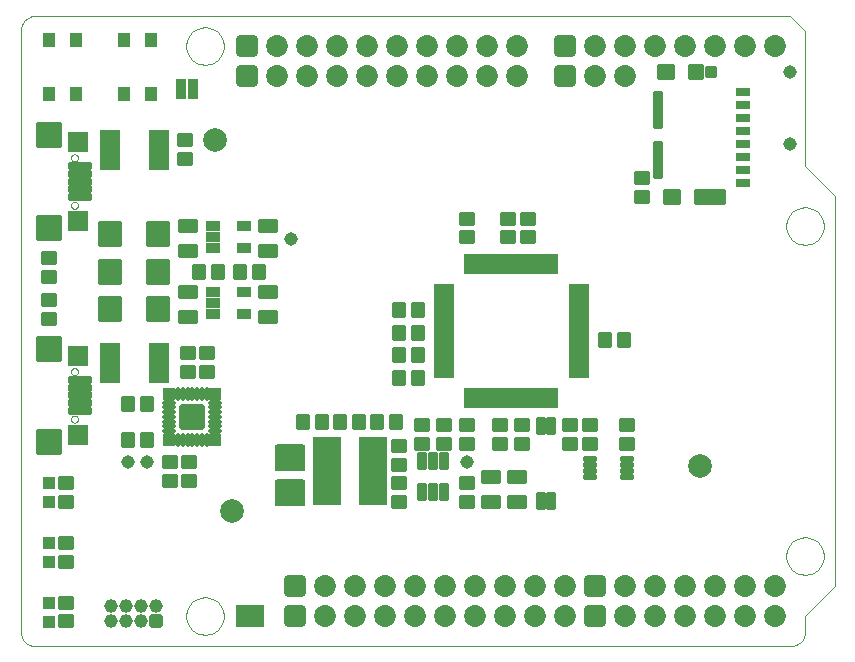
<source format=gbr>
G04 PROTEUS RS274X GERBER FILE*
%FSLAX45Y45*%
%MOMM*%
G01*
%AMPPAD047*
4,1,36,
0.977000,0.200000,
0.977000,-0.200000,
0.974470,-0.225970,
0.967200,-0.249980,
0.955650,-0.271580,
0.940290,-0.290290,
0.921570,-0.305650,
0.899980,-0.317200,
0.875970,-0.324470,
0.850000,-0.327000,
-0.850000,-0.327000,
-0.875970,-0.324470,
-0.899980,-0.317200,
-0.921570,-0.305650,
-0.940290,-0.290290,
-0.955650,-0.271580,
-0.967200,-0.249980,
-0.974470,-0.225970,
-0.977000,-0.200000,
-0.977000,0.200000,
-0.974470,0.225970,
-0.967200,0.249980,
-0.955650,0.271580,
-0.940290,0.290290,
-0.921570,0.305650,
-0.899980,0.317200,
-0.875970,0.324470,
-0.850000,0.327000,
0.850000,0.327000,
0.875970,0.324470,
0.899980,0.317200,
0.921570,0.305650,
0.940290,0.290290,
0.955650,0.271580,
0.967200,0.249980,
0.974470,0.225970,
0.977000,0.200000,
0*%
%ADD53PPAD047*%
%AMPPAD048*
4,1,36,
1.077000,0.950000,
1.077000,-0.950000,
1.074470,-0.975970,
1.067200,-0.999980,
1.055650,-1.021580,
1.040290,-1.040290,
1.021570,-1.055650,
0.999980,-1.067200,
0.975970,-1.074470,
0.950000,-1.077000,
-0.950000,-1.077000,
-0.975970,-1.074470,
-0.999980,-1.067200,
-1.021570,-1.055650,
-1.040290,-1.040290,
-1.055650,-1.021580,
-1.067200,-0.999980,
-1.074470,-0.975970,
-1.077000,-0.950000,
-1.077000,0.950000,
-1.074470,0.975970,
-1.067200,0.999980,
-1.055650,1.021580,
-1.040290,1.040290,
-1.021570,1.055650,
-0.999980,1.067200,
-0.975970,1.074470,
-0.950000,1.077000,
0.950000,1.077000,
0.975970,1.074470,
0.999980,1.067200,
1.021570,1.055650,
1.040290,1.040290,
1.055650,1.021580,
1.067200,0.999980,
1.074470,0.975970,
1.077000,0.950000,
0*%
%ADD54PPAD048*%
%AMPPAD049*
4,1,36,
0.877000,0.750000,
0.877000,-0.750000,
0.874470,-0.775970,
0.867200,-0.799980,
0.855650,-0.821580,
0.840290,-0.840290,
0.821570,-0.855650,
0.799980,-0.867200,
0.775970,-0.874470,
0.750000,-0.877000,
-0.750000,-0.877000,
-0.775970,-0.874470,
-0.799980,-0.867200,
-0.821570,-0.855650,
-0.840290,-0.840290,
-0.855650,-0.821580,
-0.867200,-0.799980,
-0.874470,-0.775970,
-0.877000,-0.750000,
-0.877000,0.750000,
-0.874470,0.775970,
-0.867200,0.799980,
-0.855650,0.821580,
-0.840290,0.840290,
-0.821570,0.855650,
-0.799980,0.867200,
-0.775970,0.874470,
-0.750000,0.877000,
0.750000,0.877000,
0.775970,0.874470,
0.799980,0.867200,
0.821570,0.855650,
0.840290,0.840290,
0.855650,0.821580,
0.867200,0.799980,
0.874470,0.775970,
0.877000,0.750000,
0*%
%ADD55PPAD049*%
%AMPPAD050*
4,1,36,
-0.477000,-0.500000,
-0.477000,0.500000,
-0.474470,0.525970,
-0.467200,0.549980,
-0.455650,0.571580,
-0.440290,0.590290,
-0.421570,0.605650,
-0.399980,0.617200,
-0.375970,0.624470,
-0.350000,0.627000,
0.350000,0.627000,
0.375970,0.624470,
0.399980,0.617200,
0.421570,0.605650,
0.440290,0.590290,
0.455650,0.571580,
0.467200,0.549980,
0.474470,0.525970,
0.477000,0.500000,
0.477000,-0.500000,
0.474470,-0.525970,
0.467200,-0.549980,
0.455650,-0.571580,
0.440290,-0.590290,
0.421570,-0.605650,
0.399980,-0.617200,
0.375970,-0.624470,
0.350000,-0.627000,
-0.350000,-0.627000,
-0.375970,-0.624470,
-0.399980,-0.617200,
-0.421570,-0.605650,
-0.440290,-0.590290,
-0.455650,-0.571580,
-0.467200,-0.549980,
-0.474470,-0.525970,
-0.477000,-0.500000,
0*%
%ADD56PPAD050*%
%AMPPAD051*
4,1,36,
0.527000,0.400000,
0.527000,-0.400000,
0.524470,-0.425970,
0.517200,-0.449980,
0.505650,-0.471580,
0.490290,-0.490290,
0.471570,-0.505650,
0.449980,-0.517200,
0.425970,-0.524470,
0.400000,-0.527000,
-0.400000,-0.527000,
-0.425970,-0.524470,
-0.449980,-0.517200,
-0.471570,-0.505650,
-0.490290,-0.490290,
-0.505650,-0.471580,
-0.517200,-0.449980,
-0.524470,-0.425970,
-0.527000,-0.400000,
-0.527000,0.400000,
-0.524470,0.425970,
-0.517200,0.449980,
-0.505650,0.471580,
-0.490290,0.490290,
-0.471570,0.505650,
-0.449980,0.517200,
-0.425970,0.524470,
-0.400000,0.527000,
0.400000,0.527000,
0.425970,0.524470,
0.449980,0.517200,
0.471570,0.505650,
0.490290,0.490290,
0.505650,0.471580,
0.517200,0.449980,
0.524470,0.425970,
0.527000,0.400000,
0*%
%ADD57PPAD051*%
%AMPPAD052*
4,1,36,
-1.100000,0.952000,
1.100000,0.952000,
1.125970,0.949470,
1.149980,0.942200,
1.171580,0.930650,
1.190290,0.915290,
1.205650,0.896570,
1.217200,0.874980,
1.224470,0.850970,
1.227000,0.825000,
1.227000,-0.825000,
1.224470,-0.850970,
1.217200,-0.874980,
1.205650,-0.896570,
1.190290,-0.915290,
1.171580,-0.930650,
1.149980,-0.942200,
1.125970,-0.949470,
1.100000,-0.952000,
-1.100000,-0.952000,
-1.125970,-0.949470,
-1.149980,-0.942200,
-1.171580,-0.930650,
-1.190290,-0.915290,
-1.205650,-0.896570,
-1.217200,-0.874980,
-1.224470,-0.850970,
-1.227000,-0.825000,
-1.227000,0.825000,
-1.224470,0.850970,
-1.217200,0.874980,
-1.205650,0.896570,
-1.190290,0.915290,
-1.171580,0.930650,
-1.149980,0.942200,
-1.125970,0.949470,
-1.100000,0.952000,
0*%
%ADD58PPAD052*%
%AMPPAD053*
4,1,36,
-0.652000,-0.450000,
-0.652000,0.450000,
-0.649470,0.475970,
-0.642200,0.499980,
-0.630650,0.521580,
-0.615290,0.540290,
-0.596570,0.555650,
-0.574980,0.567200,
-0.550970,0.574470,
-0.525000,0.577000,
0.525000,0.577000,
0.550970,0.574470,
0.574980,0.567200,
0.596570,0.555650,
0.615290,0.540290,
0.630650,0.521580,
0.642200,0.499980,
0.649470,0.475970,
0.652000,0.450000,
0.652000,-0.450000,
0.649470,-0.475970,
0.642200,-0.499980,
0.630650,-0.521580,
0.615290,-0.540290,
0.596570,-0.555650,
0.574980,-0.567200,
0.550970,-0.574470,
0.525000,-0.577000,
-0.525000,-0.577000,
-0.550970,-0.574470,
-0.574980,-0.567200,
-0.596570,-0.555650,
-0.615290,-0.540290,
-0.630650,-0.521580,
-0.642200,-0.499980,
-0.649470,-0.475970,
-0.652000,-0.450000,
0*%
%ADD59PPAD053*%
%AMPPAD054*
4,1,36,
-0.750000,1.727000,
0.750000,1.727000,
0.775970,1.724470,
0.799980,1.717200,
0.821580,1.705650,
0.840290,1.690290,
0.855650,1.671570,
0.867200,1.649980,
0.874470,1.625970,
0.877000,1.600000,
0.877000,-1.600000,
0.874470,-1.625970,
0.867200,-1.649980,
0.855650,-1.671570,
0.840290,-1.690290,
0.821580,-1.705650,
0.799980,-1.717200,
0.775970,-1.724470,
0.750000,-1.727000,
-0.750000,-1.727000,
-0.775970,-1.724470,
-0.799980,-1.717200,
-0.821580,-1.705650,
-0.840290,-1.690290,
-0.855650,-1.671570,
-0.867200,-1.649980,
-0.874470,-1.625970,
-0.877000,-1.600000,
-0.877000,1.600000,
-0.874470,1.625970,
-0.867200,1.649980,
-0.855650,1.671570,
-0.840290,1.690290,
-0.821580,1.705650,
-0.799980,1.717200,
-0.775970,1.724470,
-0.750000,1.727000,
0*%
%ADD60PPAD054*%
%AMPPAD055*
4,1,48,
0.323000,-0.577000,
-0.323000,-0.577000,
-0.349400,-0.575720,
-0.374930,-0.571950,
-0.399490,-0.565800,
-0.445220,-0.546870,
-0.485650,-0.519840,
-0.519840,-0.485640,
-0.546860,-0.445220,
-0.565800,-0.399490,
-0.571950,-0.374930,
-0.575720,-0.349400,
-0.577000,-0.323000,
-0.577000,0.323000,
-0.575720,0.349400,
-0.571950,0.374930,
-0.565800,0.399490,
-0.546860,0.445220,
-0.519840,0.485640,
-0.485650,0.519840,
-0.445220,0.546870,
-0.399490,0.565800,
-0.374930,0.571950,
-0.349400,0.575720,
-0.323000,0.577000,
0.323000,0.577000,
0.349400,0.575720,
0.374930,0.571950,
0.399490,0.565800,
0.445220,0.546870,
0.485650,0.519840,
0.519840,0.485640,
0.546860,0.445220,
0.565800,0.399490,
0.571950,0.374930,
0.575720,0.349400,
0.577000,0.323000,
0.577000,-0.323000,
0.575720,-0.349400,
0.571950,-0.374930,
0.565800,-0.399490,
0.546860,-0.445220,
0.519840,-0.485640,
0.485650,-0.519840,
0.445220,-0.546870,
0.399490,-0.565800,
0.374930,-0.571950,
0.349400,-0.575720,
0.323000,-0.577000,
0*%
%ADD61PPAD055*%
%ADD62C,1.154000*%
%AMPPAD057*
4,1,44,
-0.546000,0.927000,
0.546000,0.927000,
0.585600,0.925080,
0.623900,0.919420,
0.695940,0.897610,
0.760730,0.862960,
0.816870,0.816870,
0.862960,0.760730,
0.897610,0.695940,
0.919420,0.623900,
0.925080,0.585600,
0.927000,0.546000,
0.927000,-0.546000,
0.925080,-0.585600,
0.919420,-0.623900,
0.897610,-0.695940,
0.862960,-0.760730,
0.816870,-0.816870,
0.760730,-0.862960,
0.695940,-0.897610,
0.623900,-0.919420,
0.585600,-0.925080,
0.546000,-0.927000,
-0.546000,-0.927000,
-0.585600,-0.925080,
-0.623900,-0.919420,
-0.695940,-0.897610,
-0.760730,-0.862960,
-0.816870,-0.816870,
-0.862960,-0.760730,
-0.897610,-0.695940,
-0.919420,-0.623900,
-0.925080,-0.585600,
-0.927000,-0.546000,
-0.927000,0.546000,
-0.925080,0.585600,
-0.919420,0.623900,
-0.897610,0.695940,
-0.862960,0.760730,
-0.816870,0.816870,
-0.760730,0.862960,
-0.695940,0.897610,
-0.623900,0.919420,
-0.585600,0.925080,
-0.546000,0.927000,
0*%
%ADD63PPAD057*%
%ADD64C,1.854000*%
%AMPPAD059*
4,1,36,
-1.322000,-0.525000,
-1.322000,0.525000,
-1.319470,0.550970,
-1.312200,0.574980,
-1.300650,0.596580,
-1.285290,0.615290,
-1.266570,0.630650,
-1.244980,0.642200,
-1.220970,0.649470,
-1.195000,0.652000,
1.195000,0.652000,
1.220970,0.649470,
1.244980,0.642200,
1.266570,0.630650,
1.285290,0.615290,
1.300650,0.596580,
1.312200,0.574980,
1.319470,0.550970,
1.322000,0.525000,
1.322000,-0.525000,
1.319470,-0.550970,
1.312200,-0.574980,
1.300650,-0.596580,
1.285290,-0.615290,
1.266570,-0.630650,
1.244980,-0.642200,
1.220970,-0.649470,
1.195000,-0.652000,
-1.195000,-0.652000,
-1.220970,-0.649470,
-1.244980,-0.642200,
-1.266570,-0.630650,
-1.285290,-0.615290,
-1.300650,-0.596580,
-1.312200,-0.574980,
-1.319470,-0.550970,
-1.322000,-0.525000,
0*%
%ADD65PPAD059*%
%AMPPAD060*
4,1,36,
-0.727000,-0.525000,
-0.727000,0.525000,
-0.724470,0.550970,
-0.717200,0.574980,
-0.705650,0.596580,
-0.690290,0.615290,
-0.671570,0.630650,
-0.649980,0.642200,
-0.625970,0.649470,
-0.600000,0.652000,
0.600000,0.652000,
0.625970,0.649470,
0.649980,0.642200,
0.671570,0.630650,
0.690290,0.615290,
0.705650,0.596580,
0.717200,0.574980,
0.724470,0.550970,
0.727000,0.525000,
0.727000,-0.525000,
0.724470,-0.550970,
0.717200,-0.574980,
0.705650,-0.596580,
0.690290,-0.615290,
0.671570,-0.630650,
0.649980,-0.642200,
0.625970,-0.649470,
0.600000,-0.652000,
-0.600000,-0.652000,
-0.625970,-0.649470,
-0.649980,-0.642200,
-0.671570,-0.630650,
-0.690290,-0.615290,
-0.705650,-0.596580,
-0.717200,-0.574980,
-0.724470,-0.550970,
-0.727000,-0.525000,
0*%
%ADD66PPAD060*%
%AMPPAD061*
4,1,36,
-0.667000,-0.525000,
-0.667000,0.525000,
-0.664470,0.550970,
-0.657200,0.574980,
-0.645650,0.596580,
-0.630290,0.615290,
-0.611570,0.630650,
-0.589980,0.642200,
-0.565970,0.649470,
-0.540000,0.652000,
0.540000,0.652000,
0.565970,0.649470,
0.589980,0.642200,
0.611570,0.630650,
0.630290,0.615290,
0.645650,0.596580,
0.657200,0.574980,
0.664470,0.550970,
0.667000,0.525000,
0.667000,-0.525000,
0.664470,-0.550970,
0.657200,-0.574980,
0.645650,-0.596580,
0.630290,-0.615290,
0.611570,-0.630650,
0.589980,-0.642200,
0.565970,-0.649470,
0.540000,-0.652000,
-0.540000,-0.652000,
-0.565970,-0.649470,
-0.589980,-0.642200,
-0.611570,-0.630650,
-0.630290,-0.615290,
-0.645650,-0.596580,
-0.657200,-0.574980,
-0.664470,-0.550970,
-0.667000,-0.525000,
0*%
%ADD67PPAD061*%
%AMPPAD062*
4,1,36,
-0.402000,-1.455000,
-0.402000,1.455000,
-0.399470,1.480970,
-0.392200,1.504980,
-0.380650,1.526580,
-0.365290,1.545290,
-0.346570,1.560650,
-0.324980,1.572200,
-0.300970,1.579470,
-0.275000,1.582000,
0.275000,1.582000,
0.300970,1.579470,
0.324980,1.572200,
0.346570,1.560650,
0.365290,1.545290,
0.380650,1.526580,
0.392200,1.504980,
0.399470,1.480970,
0.402000,1.455000,
0.402000,-1.455000,
0.399470,-1.480970,
0.392200,-1.504980,
0.380650,-1.526580,
0.365290,-1.545290,
0.346570,-1.560650,
0.324980,-1.572200,
0.300970,-1.579470,
0.275000,-1.582000,
-0.275000,-1.582000,
-0.300970,-1.579470,
-0.324980,-1.572200,
-0.346570,-1.560650,
-0.365290,-1.545290,
-0.380650,-1.526580,
-0.392200,-1.504980,
-0.399470,-1.480970,
-0.402000,-1.455000,
0*%
%ADD68PPAD062*%
%AMPPAD063*
4,1,36,
-0.627000,-0.250000,
-0.627000,0.250000,
-0.624470,0.275970,
-0.617200,0.299980,
-0.605650,0.321580,
-0.590290,0.340290,
-0.571570,0.355650,
-0.549980,0.367200,
-0.525970,0.374470,
-0.500000,0.377000,
0.500000,0.377000,
0.525970,0.374470,
0.549980,0.367200,
0.571570,0.355650,
0.590290,0.340290,
0.605650,0.321580,
0.617200,0.299980,
0.624470,0.275970,
0.627000,0.250000,
0.627000,-0.250000,
0.624470,-0.275970,
0.617200,-0.299980,
0.605650,-0.321580,
0.590290,-0.340290,
0.571570,-0.355650,
0.549980,-0.367200,
0.525970,-0.374470,
0.500000,-0.377000,
-0.500000,-0.377000,
-0.525970,-0.374470,
-0.549980,-0.367200,
-0.571570,-0.355650,
-0.590290,-0.340290,
-0.605650,-0.321580,
-0.617200,-0.299980,
-0.624470,-0.275970,
-0.627000,-0.250000,
0*%
%ADD69PPAD063*%
%AMPPAD064*
4,1,36,
-0.517000,-0.360000,
-0.517000,0.360000,
-0.514470,0.385970,
-0.507200,0.409980,
-0.495650,0.431580,
-0.480290,0.450290,
-0.461570,0.465650,
-0.439980,0.477200,
-0.415970,0.484470,
-0.390000,0.487000,
0.390000,0.487000,
0.415970,0.484470,
0.439980,0.477200,
0.461570,0.465650,
0.480290,0.450290,
0.495650,0.431580,
0.507200,0.409980,
0.514470,0.385970,
0.517000,0.360000,
0.517000,-0.360000,
0.514470,-0.385970,
0.507200,-0.409980,
0.495650,-0.431580,
0.480290,-0.450290,
0.461570,-0.465650,
0.439980,-0.477200,
0.415970,-0.484470,
0.390000,-0.487000,
-0.390000,-0.487000,
-0.415970,-0.484470,
-0.439980,-0.477200,
-0.461570,-0.465650,
-0.480290,-0.450290,
-0.495650,-0.431580,
-0.507200,-0.409980,
-0.514470,-0.385970,
-0.517000,-0.360000,
0*%
%ADD74PPAD064*%
%AMPPAD065*
4,1,48,
-0.552000,-0.023800,
-0.552000,0.023800,
-0.550970,0.044920,
-0.547960,0.065350,
-0.543040,0.085000,
-0.527890,0.121580,
-0.506270,0.153910,
-0.478920,0.181270,
-0.446580,0.202890,
-0.410000,0.218040,
-0.390350,0.222960,
-0.369920,0.225970,
-0.348800,0.227000,
0.348800,0.227000,
0.369920,0.225970,
0.390350,0.222960,
0.410000,0.218040,
0.446580,0.202890,
0.478920,0.181270,
0.506270,0.153910,
0.527890,0.121580,
0.543040,0.085000,
0.547960,0.065350,
0.550970,0.044920,
0.552000,0.023800,
0.552000,-0.023800,
0.550970,-0.044920,
0.547960,-0.065350,
0.543040,-0.085000,
0.527890,-0.121580,
0.506270,-0.153910,
0.478920,-0.181270,
0.446580,-0.202890,
0.410000,-0.218040,
0.390350,-0.222960,
0.369920,-0.225970,
0.348800,-0.227000,
-0.348800,-0.227000,
-0.369920,-0.225970,
-0.390350,-0.222960,
-0.410000,-0.218040,
-0.446580,-0.202890,
-0.478920,-0.181270,
-0.506270,-0.153910,
-0.527890,-0.121580,
-0.543040,-0.085000,
-0.547960,-0.065350,
-0.550970,-0.044920,
-0.552000,-0.023800,
0*%
%ADD75PPAD065*%
%AMPPAD066*
4,1,48,
0.023800,-0.552000,
-0.023800,-0.552000,
-0.044920,-0.550970,
-0.065350,-0.547960,
-0.085000,-0.543040,
-0.121580,-0.527890,
-0.153910,-0.506270,
-0.181270,-0.478920,
-0.202890,-0.446580,
-0.218040,-0.410000,
-0.222960,-0.390350,
-0.225970,-0.369920,
-0.227000,-0.348800,
-0.227000,0.348800,
-0.225970,0.369920,
-0.222960,0.390350,
-0.218040,0.410000,
-0.202890,0.446580,
-0.181270,0.478920,
-0.153910,0.506270,
-0.121580,0.527890,
-0.085000,0.543040,
-0.065350,0.547960,
-0.044920,0.550970,
-0.023800,0.552000,
0.023800,0.552000,
0.044920,0.550970,
0.065350,0.547960,
0.085000,0.543040,
0.121580,0.527890,
0.153910,0.506270,
0.181270,0.478920,
0.202890,0.446580,
0.218040,0.410000,
0.222960,0.390350,
0.225970,0.369920,
0.227000,0.348800,
0.227000,-0.348800,
0.225970,-0.369920,
0.222960,-0.390350,
0.218040,-0.410000,
0.202890,-0.446580,
0.181270,-0.478920,
0.153910,-0.506270,
0.121580,-0.527890,
0.085000,-0.543040,
0.065350,-0.547960,
0.044920,-0.550970,
0.023800,-0.552000,
0*%
%ADD76PPAD066*%
%AMPPAD067*
4,1,44,
0.746000,-1.127000,
-0.746000,-1.127000,
-0.785600,-1.125080,
-0.823900,-1.119420,
-0.895940,-1.097610,
-0.960730,-1.062960,
-1.016870,-1.016870,
-1.062960,-0.960730,
-1.097610,-0.895940,
-1.119420,-0.823900,
-1.125080,-0.785600,
-1.127000,-0.746000,
-1.127000,0.746000,
-1.125080,0.785600,
-1.119420,0.823900,
-1.097610,0.895940,
-1.062960,0.960730,
-1.016870,1.016870,
-0.960730,1.062960,
-0.895940,1.097610,
-0.823900,1.119420,
-0.785600,1.125080,
-0.746000,1.127000,
0.746000,1.127000,
0.785600,1.125080,
0.823900,1.119420,
0.895940,1.097610,
0.960730,1.062960,
1.016870,1.016870,
1.062960,0.960730,
1.097610,0.895940,
1.119420,0.823900,
1.125080,0.785600,
1.127000,0.746000,
1.127000,-0.746000,
1.125080,-0.785600,
1.119420,-0.823900,
1.097610,-0.895940,
1.062960,-0.960730,
1.016870,-1.016870,
0.960730,-1.062960,
0.895940,-1.097610,
0.823900,-1.119420,
0.785600,-1.125080,
0.746000,-1.127000,
0*%
%ADD77PPAD067*%
%AMPPAD068*
4,1,36,
0.390000,-0.517000,
-0.390000,-0.517000,
-0.415970,-0.514470,
-0.439980,-0.507200,
-0.461580,-0.495650,
-0.480290,-0.480290,
-0.495650,-0.461570,
-0.507200,-0.439980,
-0.514470,-0.415970,
-0.517000,-0.390000,
-0.517000,0.390000,
-0.514470,0.415970,
-0.507200,0.439980,
-0.495650,0.461570,
-0.480290,0.480290,
-0.461580,0.495650,
-0.439980,0.507200,
-0.415970,0.514470,
-0.390000,0.517000,
0.390000,0.517000,
0.415970,0.514470,
0.439980,0.507200,
0.461580,0.495650,
0.480290,0.480290,
0.495650,0.461570,
0.507200,0.439980,
0.514470,0.415970,
0.517000,0.390000,
0.517000,-0.390000,
0.514470,-0.415970,
0.507200,-0.439980,
0.495650,-0.461570,
0.480290,-0.480290,
0.461580,-0.495650,
0.439980,-0.507200,
0.415970,-0.514470,
0.390000,-0.517000,
0*%
%ADD78PPAD068*%
%AMPPAD069*
4,1,36,
0.877000,0.150000,
0.877000,-0.150000,
0.874470,-0.175970,
0.867200,-0.199980,
0.855650,-0.221580,
0.840290,-0.240290,
0.821570,-0.255650,
0.799980,-0.267200,
0.775970,-0.274470,
0.750000,-0.277000,
-0.750000,-0.277000,
-0.775970,-0.274470,
-0.799980,-0.267200,
-0.821570,-0.255650,
-0.840290,-0.240290,
-0.855650,-0.221580,
-0.867200,-0.199980,
-0.874470,-0.175970,
-0.877000,-0.150000,
-0.877000,0.150000,
-0.874470,0.175970,
-0.867200,0.199980,
-0.855650,0.221580,
-0.840290,0.240290,
-0.821570,0.255650,
-0.799980,0.267200,
-0.775970,0.274470,
-0.750000,0.277000,
0.750000,0.277000,
0.775970,0.274470,
0.799980,0.267200,
0.821570,0.255650,
0.840290,0.240290,
0.855650,0.221580,
0.867200,0.199980,
0.874470,0.175970,
0.877000,0.150000,
0*%
%ADD79PPAD069*%
%AMPPAD070*
4,1,36,
-0.150000,0.877000,
0.150000,0.877000,
0.175970,0.874470,
0.199980,0.867200,
0.221580,0.855650,
0.240290,0.840290,
0.255650,0.821570,
0.267200,0.799980,
0.274470,0.775970,
0.277000,0.750000,
0.277000,-0.750000,
0.274470,-0.775970,
0.267200,-0.799980,
0.255650,-0.821570,
0.240290,-0.840290,
0.221580,-0.855650,
0.199980,-0.867200,
0.175970,-0.874470,
0.150000,-0.877000,
-0.150000,-0.877000,
-0.175970,-0.874470,
-0.199980,-0.867200,
-0.221580,-0.855650,
-0.240290,-0.840290,
-0.255650,-0.821570,
-0.267200,-0.799980,
-0.274470,-0.775970,
-0.277000,-0.750000,
-0.277000,0.750000,
-0.274470,0.775970,
-0.267200,0.799980,
-0.255650,0.821570,
-0.240290,0.840290,
-0.221580,0.855650,
-0.199980,0.867200,
-0.175970,0.874470,
-0.150000,0.877000,
0*%
%ADD80PPAD070*%
%AMPPAD071*
4,1,36,
-0.325000,0.452000,
0.325000,0.452000,
0.350970,0.449470,
0.374980,0.442200,
0.396580,0.430650,
0.415290,0.415290,
0.430650,0.396570,
0.442200,0.374980,
0.449470,0.350970,
0.452000,0.325000,
0.452000,-0.325000,
0.449470,-0.350970,
0.442200,-0.374980,
0.430650,-0.396570,
0.415290,-0.415290,
0.396580,-0.430650,
0.374980,-0.442200,
0.350970,-0.449470,
0.325000,-0.452000,
-0.325000,-0.452000,
-0.350970,-0.449470,
-0.374980,-0.442200,
-0.396580,-0.430650,
-0.415290,-0.415290,
-0.430650,-0.396570,
-0.442200,-0.374980,
-0.449470,-0.350970,
-0.452000,-0.325000,
-0.452000,0.325000,
-0.449470,0.350970,
-0.442200,0.374980,
-0.430650,0.396570,
-0.415290,0.415290,
-0.396580,0.430650,
-0.374980,0.442200,
-0.350970,0.449470,
-0.325000,0.452000,
0*%
%ADD81PPAD071*%
%AMPPAD072*
4,1,36,
0.627000,0.330000,
0.627000,-0.330000,
0.624470,-0.355970,
0.617200,-0.379980,
0.605650,-0.401580,
0.590290,-0.420290,
0.571570,-0.435650,
0.549980,-0.447200,
0.525970,-0.454470,
0.500000,-0.457000,
-0.500000,-0.457000,
-0.525970,-0.454470,
-0.549980,-0.447200,
-0.571570,-0.435650,
-0.590290,-0.420290,
-0.605650,-0.401580,
-0.617200,-0.379980,
-0.624470,-0.355970,
-0.627000,-0.330000,
-0.627000,0.330000,
-0.624470,0.355970,
-0.617200,0.379980,
-0.605650,0.401580,
-0.590290,0.420290,
-0.571570,0.435650,
-0.549980,0.447200,
-0.525970,0.454470,
-0.500000,0.457000,
0.500000,0.457000,
0.525970,0.454470,
0.549980,0.447200,
0.571570,0.435650,
0.590290,0.420290,
0.605650,0.401580,
0.617200,0.379980,
0.624470,0.355970,
0.627000,0.330000,
0*%
%ADD82PPAD072*%
%AMPPAD073*
4,1,36,
-0.300000,0.727000,
0.300000,0.727000,
0.325970,0.724470,
0.349980,0.717200,
0.371580,0.705650,
0.390290,0.690290,
0.405650,0.671570,
0.417200,0.649980,
0.424470,0.625970,
0.427000,0.600000,
0.427000,-0.600000,
0.424470,-0.625970,
0.417200,-0.649980,
0.405650,-0.671570,
0.390290,-0.690290,
0.371580,-0.705650,
0.349980,-0.717200,
0.325970,-0.724470,
0.300000,-0.727000,
-0.300000,-0.727000,
-0.325970,-0.724470,
-0.349980,-0.717200,
-0.371580,-0.705650,
-0.390290,-0.690290,
-0.405650,-0.671570,
-0.417200,-0.649980,
-0.424470,-0.625970,
-0.427000,-0.600000,
-0.427000,0.600000,
-0.424470,0.625970,
-0.417200,0.649980,
-0.405650,0.671570,
-0.390290,0.690290,
-0.371580,0.705650,
-0.349980,0.717200,
-0.325970,0.724470,
-0.300000,0.727000,
0*%
%ADD83PPAD073*%
%AMPPAD074*
4,1,36,
-0.425000,0.277000,
0.425000,0.277000,
0.450970,0.274470,
0.474980,0.267200,
0.496580,0.255650,
0.515290,0.240290,
0.530650,0.221570,
0.542200,0.199980,
0.549470,0.175970,
0.552000,0.150000,
0.552000,-0.150000,
0.549470,-0.175970,
0.542200,-0.199980,
0.530650,-0.221570,
0.515290,-0.240290,
0.496580,-0.255650,
0.474980,-0.267200,
0.450970,-0.274470,
0.425000,-0.277000,
-0.425000,-0.277000,
-0.450970,-0.274470,
-0.474980,-0.267200,
-0.496580,-0.255650,
-0.515290,-0.240290,
-0.530650,-0.221570,
-0.542200,-0.199980,
-0.549470,-0.175970,
-0.552000,-0.150000,
-0.552000,0.150000,
-0.549470,0.175970,
-0.542200,0.199980,
-0.530650,0.221570,
-0.515290,0.240290,
-0.496580,0.255650,
-0.474980,0.267200,
-0.450970,0.274470,
-0.425000,0.277000,
0*%
%ADD84PPAD074*%
%AMPPAD075*
4,1,36,
0.450000,-0.652000,
-0.450000,-0.652000,
-0.475970,-0.649470,
-0.499980,-0.642200,
-0.521580,-0.630650,
-0.540290,-0.615290,
-0.555650,-0.596570,
-0.567200,-0.574980,
-0.574470,-0.550970,
-0.577000,-0.525000,
-0.577000,0.525000,
-0.574470,0.550970,
-0.567200,0.574980,
-0.555650,0.596570,
-0.540290,0.615290,
-0.521580,0.630650,
-0.499980,0.642200,
-0.475970,0.649470,
-0.450000,0.652000,
0.450000,0.652000,
0.475970,0.649470,
0.499980,0.642200,
0.521580,0.630650,
0.540290,0.615290,
0.555650,0.596570,
0.567200,0.574980,
0.574470,0.550970,
0.577000,0.525000,
0.577000,-0.525000,
0.574470,-0.550970,
0.567200,-0.574980,
0.555650,-0.596570,
0.540290,-0.615290,
0.521580,-0.630650,
0.499980,-0.642200,
0.475970,-0.649470,
0.450000,-0.652000,
0*%
%ADD85PPAD075*%
%AMPPAD076*
4,1,36,
-0.900000,1.077000,
0.900000,1.077000,
0.925970,1.074470,
0.949980,1.067200,
0.971580,1.055650,
0.990290,1.040290,
1.005650,1.021570,
1.017200,0.999980,
1.024470,0.975970,
1.027000,0.950000,
1.027000,-0.950000,
1.024470,-0.975970,
1.017200,-0.999980,
1.005650,-1.021570,
0.990290,-1.040290,
0.971580,-1.055650,
0.949980,-1.067200,
0.925970,-1.074470,
0.900000,-1.077000,
-0.900000,-1.077000,
-0.925970,-1.074470,
-0.949980,-1.067200,
-0.971580,-1.055650,
-0.990290,-1.040290,
-1.005650,-1.021570,
-1.017200,-0.999980,
-1.024470,-0.975970,
-1.027000,-0.950000,
-1.027000,0.950000,
-1.024470,0.975970,
-1.017200,0.999980,
-1.005650,1.021570,
-0.990290,1.040290,
-0.971580,1.055650,
-0.949980,1.067200,
-0.925970,1.074470,
-0.900000,1.077000,
0*%
%ADD86PPAD076*%
%AMPPAD077*
4,1,36,
-0.825500,-0.444500,
-0.825500,0.444500,
-0.822970,0.470470,
-0.815700,0.494480,
-0.804150,0.516080,
-0.788790,0.534790,
-0.770070,0.550150,
-0.748480,0.561700,
-0.724470,0.568970,
-0.698500,0.571500,
0.698500,0.571500,
0.724470,0.568970,
0.748480,0.561700,
0.770070,0.550150,
0.788790,0.534790,
0.804150,0.516080,
0.815700,0.494480,
0.822970,0.470470,
0.825500,0.444500,
0.825500,-0.444500,
0.822970,-0.470470,
0.815700,-0.494480,
0.804150,-0.516080,
0.788790,-0.534790,
0.770070,-0.550150,
0.748480,-0.561700,
0.724470,-0.568970,
0.698500,-0.571500,
-0.698500,-0.571500,
-0.724470,-0.568970,
-0.748480,-0.561700,
-0.770070,-0.550150,
-0.788790,-0.534790,
-0.804150,-0.516080,
-0.815700,-0.494480,
-0.822970,-0.470470,
-0.825500,-0.444500,
0*%
%ADD87PPAD077*%
%AMPPAD078*
4,1,36,
1.202000,2.750000,
1.202000,-2.750000,
1.199470,-2.775970,
1.192200,-2.799980,
1.180650,-2.821580,
1.165290,-2.840290,
1.146570,-2.855650,
1.124980,-2.867200,
1.100970,-2.874470,
1.075000,-2.877000,
-1.075000,-2.877000,
-1.100970,-2.874470,
-1.124980,-2.867200,
-1.146570,-2.855650,
-1.165290,-2.840290,
-1.180650,-2.821580,
-1.192200,-2.799980,
-1.199470,-2.775970,
-1.202000,-2.750000,
-1.202000,2.750000,
-1.199470,2.775970,
-1.192200,2.799980,
-1.180650,2.821580,
-1.165290,2.840290,
-1.146570,2.855650,
-1.124980,2.867200,
-1.100970,2.874470,
-1.075000,2.877000,
1.075000,2.877000,
1.100970,2.874470,
1.124980,2.867200,
1.146570,2.855650,
1.165290,2.840290,
1.180650,2.821580,
1.192200,2.799980,
1.199470,2.775970,
1.202000,2.750000,
0*%
%ADD88PPAD078*%
%AMPPAD079*
4,1,36,
1.270000,1.016000,
1.270000,-1.016000,
1.267470,-1.041970,
1.260200,-1.065980,
1.248650,-1.087580,
1.233290,-1.106290,
1.214570,-1.121650,
1.192980,-1.133200,
1.168970,-1.140470,
1.143000,-1.143000,
-1.143000,-1.143000,
-1.168970,-1.140470,
-1.192980,-1.133200,
-1.214570,-1.121650,
-1.233290,-1.106290,
-1.248650,-1.087580,
-1.260200,-1.065980,
-1.267470,-1.041970,
-1.270000,-1.016000,
-1.270000,1.016000,
-1.267470,1.041970,
-1.260200,1.065980,
-1.248650,1.087580,
-1.233290,1.106290,
-1.214570,1.121650,
-1.192980,1.133200,
-1.168970,1.140470,
-1.143000,1.143000,
1.143000,1.143000,
1.168970,1.140470,
1.192980,1.133200,
1.214570,1.121650,
1.233290,1.106290,
1.248650,1.087580,
1.260200,1.065980,
1.267470,1.041970,
1.270000,1.016000,
0*%
%ADD89PPAD079*%
%ADD90C,1.143000*%
%ADD91C,2.000000*%
%ADD50C,0.025400*%
D53*
X+501300Y+2252200D03*
X+501300Y+2187200D03*
X+501300Y+2122200D03*
X+501300Y+2057200D03*
X+501300Y+1992200D03*
D54*
X+241300Y+1727200D03*
D55*
X+486300Y+1787200D03*
X+486300Y+2457200D03*
D54*
X+241300Y+2517200D03*
D56*
X+466300Y+4670800D03*
X+466300Y+5130800D03*
X+241300Y+5130800D03*
X+241300Y+4670800D03*
X+1101300Y+4670800D03*
X+1101300Y+5130800D03*
X+876300Y+5130800D03*
X+876300Y+4670800D03*
D57*
X+241300Y+368200D03*
X+241300Y+203200D03*
D58*
X+1943100Y+254000D03*
D59*
X+387350Y+711200D03*
X+387350Y+871200D03*
X+387350Y+368200D03*
X+387350Y+208200D03*
D57*
X+241300Y+876200D03*
X+241300Y+711200D03*
D60*
X+755300Y+2396000D03*
X+1175300Y+2396000D03*
D59*
X+387350Y+1219200D03*
X+387350Y+1379200D03*
D61*
X+1149350Y+208200D03*
D62*
X+1149350Y+335200D03*
X+1022350Y+208200D03*
X+1022350Y+335200D03*
X+895350Y+208200D03*
X+895350Y+335200D03*
X+768350Y+208200D03*
X+768350Y+335200D03*
D63*
X+4864100Y+508000D03*
D64*
X+5118100Y+508000D03*
X+5372100Y+508000D03*
X+5626100Y+508000D03*
X+5880100Y+508000D03*
X+6134100Y+508000D03*
X+6388100Y+508000D03*
D63*
X+4864100Y+254000D03*
D64*
X+5118100Y+254000D03*
X+5372100Y+254000D03*
X+5626100Y+254000D03*
X+5880100Y+254000D03*
X+6134100Y+254000D03*
X+6388100Y+254000D03*
D63*
X+2324100Y+508000D03*
D64*
X+2578100Y+508000D03*
X+2832100Y+508000D03*
X+3086100Y+508000D03*
X+3340100Y+508000D03*
X+3594100Y+508000D03*
X+3848100Y+508000D03*
X+4102100Y+508000D03*
X+4356100Y+508000D03*
X+4610100Y+508000D03*
D63*
X+2324100Y+254000D03*
D64*
X+2578100Y+254000D03*
X+2832100Y+254000D03*
X+3086100Y+254000D03*
X+3340100Y+254000D03*
X+3594100Y+254000D03*
X+3848100Y+254000D03*
X+4102100Y+254000D03*
X+4356100Y+254000D03*
X+4610100Y+254000D03*
D63*
X+1917700Y+5080000D03*
D64*
X+2171700Y+5080000D03*
X+2425700Y+5080000D03*
X+2679700Y+5080000D03*
X+2933700Y+5080000D03*
X+3187700Y+5080000D03*
X+3441700Y+5080000D03*
X+3695700Y+5080000D03*
X+3949700Y+5080000D03*
X+4203700Y+5080000D03*
D63*
X+1917700Y+4826000D03*
D64*
X+2171700Y+4826000D03*
X+2425700Y+4826000D03*
X+2679700Y+4826000D03*
X+2933700Y+4826000D03*
X+3187700Y+4826000D03*
X+3441700Y+4826000D03*
X+3695700Y+4826000D03*
X+3949700Y+4826000D03*
X+4203700Y+4826000D03*
D63*
X+4610100Y+5080000D03*
D64*
X+4864100Y+5080000D03*
X+5118100Y+5080000D03*
X+5372100Y+5080000D03*
X+5626100Y+5080000D03*
X+5880100Y+5080000D03*
X+6134100Y+5080000D03*
X+6388100Y+5080000D03*
D57*
X+241300Y+1384200D03*
X+241300Y+1219200D03*
D65*
X+5836500Y+3800600D03*
D66*
X+5461000Y+4864100D03*
D67*
X+5722000Y+4864100D03*
D68*
X+5393500Y+4117100D03*
X+5393500Y+4536100D03*
D66*
X+5518000Y+3800600D03*
D69*
X+6117000Y+4688100D03*
X+6117000Y+4578100D03*
X+6117000Y+4468100D03*
X+6117000Y+4358100D03*
X+6117000Y+4248100D03*
X+6117000Y+4138100D03*
X+6117000Y+4028100D03*
X+6117000Y+3918100D03*
D74*
X+5849000Y+4864100D03*
D75*
X+1650700Y+1820650D03*
X+1650700Y+1860650D03*
X+1650700Y+1900650D03*
X+1650700Y+1940650D03*
X+1650700Y+1980650D03*
X+1650700Y+2020650D03*
X+1650700Y+2060650D03*
D76*
X+1575700Y+2135650D03*
X+1535700Y+2135650D03*
X+1495700Y+2135650D03*
X+1455700Y+2135650D03*
X+1415700Y+2135650D03*
X+1375700Y+2135650D03*
X+1335700Y+2135650D03*
D75*
X+1260700Y+2060650D03*
X+1260700Y+2020650D03*
X+1260700Y+1980650D03*
X+1260700Y+1940650D03*
X+1260700Y+1900650D03*
X+1260700Y+1860650D03*
X+1260700Y+1820650D03*
D76*
X+1335700Y+1745650D03*
X+1375700Y+1745650D03*
X+1415700Y+1745650D03*
X+1455700Y+1745650D03*
X+1495700Y+1745650D03*
X+1535700Y+1745650D03*
X+1575700Y+1745650D03*
D77*
X+1455700Y+1940650D03*
D78*
X+1650700Y+1745650D03*
X+1650700Y+2135650D03*
X+1260700Y+2135650D03*
X+1260700Y+1745650D03*
D79*
X+3584400Y+3042400D03*
X+3584400Y+2992400D03*
X+3584400Y+2942400D03*
X+3584400Y+2892400D03*
X+3584400Y+2842400D03*
X+3584400Y+2792400D03*
X+3584400Y+2742400D03*
X+3584400Y+2692400D03*
X+3584400Y+2642400D03*
X+3584400Y+2592400D03*
X+3584400Y+2542400D03*
X+3584400Y+2492400D03*
X+3584400Y+2442400D03*
X+3584400Y+2392400D03*
X+3584400Y+2342400D03*
X+3584400Y+2292400D03*
D80*
X+3779400Y+2097400D03*
X+3829400Y+2097400D03*
X+3879400Y+2097400D03*
X+3929400Y+2097400D03*
X+3979400Y+2097400D03*
X+4029400Y+2097400D03*
X+4079400Y+2097400D03*
X+4129400Y+2097400D03*
X+4179400Y+2097400D03*
X+4229400Y+2097400D03*
X+4279400Y+2097400D03*
X+4329400Y+2097400D03*
X+4379400Y+2097400D03*
X+4429400Y+2097400D03*
X+4479400Y+2097400D03*
X+4529400Y+2097400D03*
D79*
X+4724400Y+2292400D03*
X+4724400Y+2342400D03*
X+4724400Y+2392400D03*
X+4724400Y+2442400D03*
X+4724400Y+2492400D03*
X+4724400Y+2542400D03*
X+4724400Y+2592400D03*
X+4724400Y+2642400D03*
X+4724400Y+2692400D03*
X+4724400Y+2742400D03*
X+4724400Y+2792400D03*
X+4724400Y+2842400D03*
X+4724400Y+2892400D03*
X+4724400Y+2942400D03*
X+4724400Y+2992400D03*
X+4724400Y+3042400D03*
D80*
X+4529400Y+3237400D03*
X+4479400Y+3237400D03*
X+4429400Y+3237400D03*
X+4379400Y+3237400D03*
X+4329400Y+3237400D03*
X+4279400Y+3237400D03*
X+4229400Y+3237400D03*
X+4179400Y+3237400D03*
X+4129400Y+3237400D03*
X+4079400Y+3237400D03*
X+4029400Y+3237400D03*
X+3979400Y+3237400D03*
X+3929400Y+3237400D03*
X+3879400Y+3237400D03*
X+3829400Y+3237400D03*
X+3779400Y+3237400D03*
D53*
X+501300Y+4062900D03*
X+501300Y+3997900D03*
X+501300Y+3932900D03*
X+501300Y+3867900D03*
X+501300Y+3802900D03*
D54*
X+241300Y+3537900D03*
D55*
X+486300Y+3597900D03*
X+486300Y+4267900D03*
D54*
X+241300Y+4327900D03*
D81*
X+1355300Y+4755800D03*
X+1460300Y+4755800D03*
X+1355300Y+4670800D03*
X+1460300Y+4670800D03*
D82*
X+1628850Y+2999250D03*
X+1628850Y+2904250D03*
X+1628850Y+2809250D03*
X+1888850Y+2809250D03*
X+1888850Y+2999250D03*
X+1628850Y+3558050D03*
X+1628850Y+3463050D03*
X+1628850Y+3368050D03*
X+1888850Y+3368050D03*
X+1888850Y+3558050D03*
D83*
X+3399524Y+1306218D03*
X+3494524Y+1306218D03*
X+3589524Y+1306218D03*
X+3589524Y+1566218D03*
X+3494524Y+1566218D03*
X+3399524Y+1566218D03*
D84*
X+4818540Y+1581800D03*
X+4818540Y+1531800D03*
X+4818540Y+1481800D03*
X+4818540Y+1431800D03*
X+5134540Y+1431800D03*
X+5134540Y+1481800D03*
X+5134540Y+1531800D03*
X+5134540Y+1581800D03*
D63*
X+4610100Y+4826000D03*
D64*
X+4864100Y+4826000D03*
X+5118100Y+4826000D03*
D85*
X+1072800Y+2046750D03*
X+912800Y+2046750D03*
D59*
X+1263650Y+1555750D03*
X+1263650Y+1395750D03*
D60*
X+755300Y+4204160D03*
X+1175300Y+4204160D03*
D59*
X+1415700Y+2478550D03*
X+1415700Y+2318550D03*
X+241300Y+2771200D03*
X+241300Y+2931200D03*
X+241300Y+3123900D03*
X+241300Y+3283900D03*
X+1390300Y+4281950D03*
X+1390300Y+4121950D03*
X+4294500Y+3459650D03*
X+4294500Y+3619650D03*
X+4129400Y+3459650D03*
X+4129400Y+3619650D03*
X+3779400Y+3459650D03*
X+3779400Y+3619650D03*
D85*
X+3362150Y+2842400D03*
X+3202150Y+2842400D03*
D59*
X+3779400Y+1875150D03*
X+3779400Y+1715150D03*
X+4060350Y+1875150D03*
X+4060350Y+1715150D03*
D85*
X+4946650Y+2592400D03*
X+5106650Y+2592400D03*
D59*
X+1580800Y+2318550D03*
X+1580800Y+2478550D03*
D85*
X+1072800Y+1741950D03*
X+912800Y+1741950D03*
D59*
X+3783650Y+1219850D03*
X+3783650Y+1379850D03*
D86*
X+755300Y+3488200D03*
X+1165300Y+3488200D03*
X+1165300Y+2853200D03*
X+755300Y+2853200D03*
X+755300Y+3170700D03*
X+1165300Y+3170700D03*
D87*
X+4200050Y+1216040D03*
X+4200050Y+1429400D03*
X+1419300Y+3558050D03*
X+1419300Y+3344690D03*
X+1419300Y+2999250D03*
X+1419300Y+2785890D03*
D88*
X+2983550Y+1486550D03*
X+2598550Y+1486550D03*
D83*
X+4403250Y+1862450D03*
X+4403250Y+1232450D03*
X+4493250Y+1232450D03*
X+4493250Y+1862450D03*
D59*
X+4244500Y+1715150D03*
X+4244500Y+1875150D03*
X+4653440Y+1715150D03*
X+4653440Y+1875150D03*
D87*
X+3984150Y+1216040D03*
X+3984150Y+1429400D03*
D59*
X+3205800Y+1531000D03*
X+3205800Y+1691000D03*
X+3398400Y+1715150D03*
X+3398400Y+1875150D03*
X+3588900Y+1715150D03*
X+3588900Y+1875150D03*
D85*
X+2703750Y+1899300D03*
X+2863750Y+1899300D03*
X+3174900Y+1899300D03*
X+3014900Y+1899300D03*
X+2392600Y+1899300D03*
X+2552600Y+1899300D03*
D59*
X+3205800Y+1219850D03*
X+3205800Y+1379850D03*
D89*
X+2280800Y+1596050D03*
X+2280800Y+1296050D03*
D87*
X+2098400Y+2999250D03*
X+2098400Y+2785890D03*
X+2098400Y+3558050D03*
X+2098400Y+3344690D03*
D59*
X+5264150Y+3962400D03*
X+5264150Y+3802400D03*
D90*
X+6515750Y+4864100D03*
X+6515750Y+4254500D03*
X+2289250Y+3450600D03*
X+3779400Y+1556400D03*
D59*
X+1428750Y+1555750D03*
X+1428750Y+1395750D03*
D85*
X+3202150Y+2651900D03*
X+3362150Y+2651900D03*
X+3202150Y+2461400D03*
X+3362150Y+2461400D03*
X+3202150Y+2270900D03*
X+3362150Y+2270900D03*
X+2017450Y+3170700D03*
X+1857450Y+3170700D03*
D59*
X+4818540Y+1715150D03*
X+4818540Y+1875150D03*
X+5134540Y+1715150D03*
X+5134540Y+1875150D03*
D85*
X+1674550Y+3170700D03*
X+1514550Y+3170700D03*
D90*
X+1072800Y+1557800D03*
X+912800Y+1557800D03*
D91*
X+1644300Y+4281950D03*
X+5753100Y+1524000D03*
X+1790700Y+1143062D03*
D50*
X+6800850Y+762000D02*
X+6800320Y+774958D01*
X+6796016Y+800876D01*
X+6787025Y+826794D01*
X+6772380Y+852712D01*
X+6749976Y+878466D01*
X+6724058Y+897958D01*
X+6698140Y+910530D01*
X+6672222Y+917866D01*
X+6646304Y+920694D01*
X+6642100Y+920750D01*
X+6483350Y+762000D02*
X+6483880Y+774958D01*
X+6488184Y+800876D01*
X+6497175Y+826794D01*
X+6511820Y+852712D01*
X+6534224Y+878466D01*
X+6560142Y+897958D01*
X+6586060Y+910530D01*
X+6611978Y+917866D01*
X+6637896Y+920694D01*
X+6642100Y+920750D01*
X+6483350Y+762000D02*
X+6483880Y+749042D01*
X+6488184Y+723124D01*
X+6497175Y+697206D01*
X+6511820Y+671288D01*
X+6534224Y+645534D01*
X+6560142Y+626042D01*
X+6586060Y+613470D01*
X+6611978Y+606134D01*
X+6637896Y+603306D01*
X+6642100Y+603250D01*
X+6800850Y+762000D02*
X+6800320Y+749042D01*
X+6796016Y+723124D01*
X+6787025Y+697206D01*
X+6772380Y+671288D01*
X+6749976Y+645534D01*
X+6724058Y+626042D01*
X+6698140Y+613470D01*
X+6672222Y+606134D01*
X+6646304Y+603306D01*
X+6642100Y+603250D01*
X+6800850Y+3556000D02*
X+6800320Y+3568958D01*
X+6796016Y+3594876D01*
X+6787025Y+3620794D01*
X+6772380Y+3646712D01*
X+6749976Y+3672466D01*
X+6724058Y+3691958D01*
X+6698140Y+3704530D01*
X+6672222Y+3711866D01*
X+6646304Y+3714694D01*
X+6642100Y+3714750D01*
X+6483350Y+3556000D02*
X+6483880Y+3568958D01*
X+6488184Y+3594876D01*
X+6497175Y+3620794D01*
X+6511820Y+3646712D01*
X+6534224Y+3672466D01*
X+6560142Y+3691958D01*
X+6586060Y+3704530D01*
X+6611978Y+3711866D01*
X+6637896Y+3714694D01*
X+6642100Y+3714750D01*
X+6483350Y+3556000D02*
X+6483880Y+3543042D01*
X+6488184Y+3517124D01*
X+6497175Y+3491206D01*
X+6511820Y+3465288D01*
X+6534224Y+3439534D01*
X+6560142Y+3420042D01*
X+6586060Y+3407470D01*
X+6611978Y+3400134D01*
X+6637896Y+3397306D01*
X+6642100Y+3397250D01*
X+6800850Y+3556000D02*
X+6800320Y+3543042D01*
X+6796016Y+3517124D01*
X+6787025Y+3491206D01*
X+6772380Y+3465288D01*
X+6749976Y+3439534D01*
X+6724058Y+3420042D01*
X+6698140Y+3407470D01*
X+6672222Y+3400134D01*
X+6646304Y+3397306D01*
X+6642100Y+3397250D01*
X+1720850Y+5080000D02*
X+1720320Y+5092958D01*
X+1716016Y+5118876D01*
X+1707025Y+5144794D01*
X+1692380Y+5170712D01*
X+1669976Y+5196466D01*
X+1644058Y+5215958D01*
X+1618140Y+5228530D01*
X+1592222Y+5235866D01*
X+1566304Y+5238694D01*
X+1562100Y+5238750D01*
X+1403350Y+5080000D02*
X+1403880Y+5092958D01*
X+1408184Y+5118876D01*
X+1417175Y+5144794D01*
X+1431820Y+5170712D01*
X+1454224Y+5196466D01*
X+1480142Y+5215958D01*
X+1506060Y+5228530D01*
X+1531978Y+5235866D01*
X+1557896Y+5238694D01*
X+1562100Y+5238750D01*
X+1403350Y+5080000D02*
X+1403880Y+5067042D01*
X+1408184Y+5041124D01*
X+1417175Y+5015206D01*
X+1431820Y+4989288D01*
X+1454224Y+4963534D01*
X+1480142Y+4944042D01*
X+1506060Y+4931470D01*
X+1531978Y+4924134D01*
X+1557896Y+4921306D01*
X+1562100Y+4921250D01*
X+1720850Y+5080000D02*
X+1720320Y+5067042D01*
X+1716016Y+5041124D01*
X+1707025Y+5015206D01*
X+1692380Y+4989288D01*
X+1669976Y+4963534D01*
X+1644058Y+4944042D01*
X+1618140Y+4931470D01*
X+1592222Y+4924134D01*
X+1566304Y+4921306D01*
X+1562100Y+4921250D01*
X+1720850Y+254000D02*
X+1720320Y+266958D01*
X+1716016Y+292876D01*
X+1707025Y+318794D01*
X+1692380Y+344712D01*
X+1669976Y+370466D01*
X+1644058Y+389958D01*
X+1618140Y+402530D01*
X+1592222Y+409866D01*
X+1566304Y+412694D01*
X+1562100Y+412750D01*
X+1403350Y+254000D02*
X+1403880Y+266958D01*
X+1408184Y+292876D01*
X+1417175Y+318794D01*
X+1431820Y+344712D01*
X+1454224Y+370466D01*
X+1480142Y+389958D01*
X+1506060Y+402530D01*
X+1531978Y+409866D01*
X+1557896Y+412694D01*
X+1562100Y+412750D01*
X+1403350Y+254000D02*
X+1403880Y+241042D01*
X+1408184Y+215124D01*
X+1417175Y+189206D01*
X+1431820Y+163288D01*
X+1454224Y+137534D01*
X+1480142Y+118042D01*
X+1506060Y+105470D01*
X+1531978Y+98134D01*
X+1557896Y+95306D01*
X+1562100Y+95250D01*
X+1720850Y+254000D02*
X+1720320Y+241042D01*
X+1716016Y+215124D01*
X+1707025Y+189206D01*
X+1692380Y+163288D01*
X+1669976Y+137534D01*
X+1644058Y+118042D01*
X+1618140Y+105470D01*
X+1592222Y+98134D01*
X+1566304Y+95306D01*
X+1562100Y+95250D01*
X+127000Y+0D02*
X+101032Y+2527D01*
X+77018Y+9798D01*
X+55423Y+21347D01*
X+36711Y+36711D01*
X+21348Y+55423D01*
X+9798Y+77018D01*
X+2527Y+101032D01*
X+0Y+127000D01*
X+0Y+5207000D01*
X+2527Y+5232967D01*
X+9798Y+5256981D01*
X+21348Y+5278577D01*
X+36711Y+5297289D01*
X+55423Y+5312652D01*
X+77018Y+5324202D01*
X+101032Y+5331473D01*
X+127000Y+5334000D01*
X+6515100Y+5334000D01*
X+6642100Y+5207000D01*
X+6642100Y+4064000D01*
X+6896100Y+3810000D01*
X+6896100Y+508000D01*
X+6642100Y+254000D01*
X+6642100Y+127000D01*
X+6639573Y+101032D01*
X+6632302Y+77018D01*
X+6620752Y+55423D01*
X+6605389Y+36711D01*
X+6586677Y+21347D01*
X+6565081Y+9798D01*
X+6541067Y+2527D01*
X+6515100Y+0D01*
X+127000Y+0D01*
X+486300Y+2322200D02*
X+486197Y+2324689D01*
X+485355Y+2329669D01*
X+483595Y+2334649D01*
X+480718Y+2339629D01*
X+476317Y+2344545D01*
X+471337Y+2348159D01*
X+466357Y+2350464D01*
X+461377Y+2351767D01*
X+456397Y+2352200D01*
X+456300Y+2352200D01*
X+426300Y+2322200D02*
X+426403Y+2324689D01*
X+427245Y+2329669D01*
X+429005Y+2334649D01*
X+431882Y+2339629D01*
X+436283Y+2344545D01*
X+441263Y+2348159D01*
X+446243Y+2350464D01*
X+451223Y+2351767D01*
X+456203Y+2352200D01*
X+456300Y+2352200D01*
X+426300Y+2322200D02*
X+426403Y+2319711D01*
X+427245Y+2314731D01*
X+429005Y+2309751D01*
X+431882Y+2304771D01*
X+436283Y+2299855D01*
X+441263Y+2296241D01*
X+446243Y+2293936D01*
X+451223Y+2292633D01*
X+456203Y+2292200D01*
X+456300Y+2292200D01*
X+486300Y+2322200D02*
X+486197Y+2319711D01*
X+485355Y+2314731D01*
X+483595Y+2309751D01*
X+480718Y+2304771D01*
X+476317Y+2299855D01*
X+471337Y+2296241D01*
X+466357Y+2293936D01*
X+461377Y+2292633D01*
X+456397Y+2292200D01*
X+456300Y+2292200D01*
X+486300Y+1922200D02*
X+486197Y+1924689D01*
X+485355Y+1929669D01*
X+483595Y+1934649D01*
X+480718Y+1939629D01*
X+476317Y+1944545D01*
X+471337Y+1948159D01*
X+466357Y+1950464D01*
X+461377Y+1951767D01*
X+456397Y+1952200D01*
X+456300Y+1952200D01*
X+426300Y+1922200D02*
X+426403Y+1924689D01*
X+427245Y+1929669D01*
X+429005Y+1934649D01*
X+431882Y+1939629D01*
X+436283Y+1944545D01*
X+441263Y+1948159D01*
X+446243Y+1950464D01*
X+451223Y+1951767D01*
X+456203Y+1952200D01*
X+456300Y+1952200D01*
X+426300Y+1922200D02*
X+426403Y+1919711D01*
X+427245Y+1914731D01*
X+429005Y+1909751D01*
X+431882Y+1904771D01*
X+436283Y+1899855D01*
X+441263Y+1896241D01*
X+446243Y+1893936D01*
X+451223Y+1892633D01*
X+456203Y+1892200D01*
X+456300Y+1892200D01*
X+486300Y+1922200D02*
X+486197Y+1919711D01*
X+485355Y+1914731D01*
X+483595Y+1909751D01*
X+480718Y+1904771D01*
X+476317Y+1899855D01*
X+471337Y+1896241D01*
X+466357Y+1893936D01*
X+461377Y+1892633D01*
X+456397Y+1892200D01*
X+456300Y+1892200D01*
X+486300Y+3732900D02*
X+486197Y+3735389D01*
X+485355Y+3740369D01*
X+483595Y+3745349D01*
X+480718Y+3750329D01*
X+476317Y+3755245D01*
X+471337Y+3758859D01*
X+466357Y+3761164D01*
X+461377Y+3762467D01*
X+456397Y+3762900D01*
X+456300Y+3762900D01*
X+426300Y+3732900D02*
X+426403Y+3735389D01*
X+427245Y+3740369D01*
X+429005Y+3745349D01*
X+431882Y+3750329D01*
X+436283Y+3755245D01*
X+441263Y+3758859D01*
X+446243Y+3761164D01*
X+451223Y+3762467D01*
X+456203Y+3762900D01*
X+456300Y+3762900D01*
X+426300Y+3732900D02*
X+426403Y+3730411D01*
X+427245Y+3725431D01*
X+429005Y+3720451D01*
X+431882Y+3715471D01*
X+436283Y+3710555D01*
X+441263Y+3706941D01*
X+446243Y+3704636D01*
X+451223Y+3703333D01*
X+456203Y+3702900D01*
X+456300Y+3702900D01*
X+486300Y+3732900D02*
X+486197Y+3730411D01*
X+485355Y+3725431D01*
X+483595Y+3720451D01*
X+480718Y+3715471D01*
X+476317Y+3710555D01*
X+471337Y+3706941D01*
X+466357Y+3704636D01*
X+461377Y+3703333D01*
X+456397Y+3702900D01*
X+456300Y+3702900D01*
X+486300Y+4132900D02*
X+486197Y+4135389D01*
X+485355Y+4140369D01*
X+483595Y+4145349D01*
X+480718Y+4150329D01*
X+476317Y+4155245D01*
X+471337Y+4158859D01*
X+466357Y+4161164D01*
X+461377Y+4162467D01*
X+456397Y+4162900D01*
X+456300Y+4162900D01*
X+426300Y+4132900D02*
X+426403Y+4135389D01*
X+427245Y+4140369D01*
X+429005Y+4145349D01*
X+431882Y+4150329D01*
X+436283Y+4155245D01*
X+441263Y+4158859D01*
X+446243Y+4161164D01*
X+451223Y+4162467D01*
X+456203Y+4162900D01*
X+456300Y+4162900D01*
X+426300Y+4132900D02*
X+426403Y+4130411D01*
X+427245Y+4125431D01*
X+429005Y+4120451D01*
X+431882Y+4115471D01*
X+436283Y+4110555D01*
X+441263Y+4106941D01*
X+446243Y+4104636D01*
X+451223Y+4103333D01*
X+456203Y+4102900D01*
X+456300Y+4102900D01*
X+486300Y+4132900D02*
X+486197Y+4130411D01*
X+485355Y+4125431D01*
X+483595Y+4120451D01*
X+480718Y+4115471D01*
X+476317Y+4110555D01*
X+471337Y+4106941D01*
X+466357Y+4104636D01*
X+461377Y+4103333D01*
X+456397Y+4102900D01*
X+456300Y+4102900D01*
M02*

</source>
